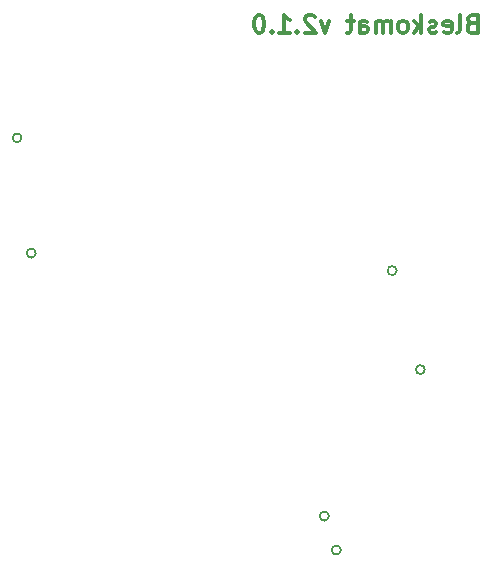
<source format=gbr>
%TF.GenerationSoftware,KiCad,Pcbnew,5.1.7-a382d34a8~88~ubuntu18.04.1*%
%TF.CreationDate,2021-03-14T12:27:23+01:00*%
%TF.ProjectId,bleskomat-v2.1.0,626c6573-6b6f-46d6-9174-2d76322e312e,test*%
%TF.SameCoordinates,Original*%
%TF.FileFunction,Legend,Bot*%
%TF.FilePolarity,Positive*%
%FSLAX46Y46*%
G04 Gerber Fmt 4.6, Leading zero omitted, Abs format (unit mm)*
G04 Created by KiCad (PCBNEW 5.1.7-a382d34a8~88~ubuntu18.04.1) date 2021-03-14 12:27:23*
%MOMM*%
%LPD*%
G01*
G04 APERTURE LIST*
%ADD10C,0.300000*%
%ADD11C,0.152400*%
G04 APERTURE END LIST*
D10*
X138468571Y-75584857D02*
X138254285Y-75656285D01*
X138182857Y-75727714D01*
X138111428Y-75870571D01*
X138111428Y-76084857D01*
X138182857Y-76227714D01*
X138254285Y-76299142D01*
X138397142Y-76370571D01*
X138968571Y-76370571D01*
X138968571Y-74870571D01*
X138468571Y-74870571D01*
X138325714Y-74942000D01*
X138254285Y-75013428D01*
X138182857Y-75156285D01*
X138182857Y-75299142D01*
X138254285Y-75442000D01*
X138325714Y-75513428D01*
X138468571Y-75584857D01*
X138968571Y-75584857D01*
X137254285Y-76370571D02*
X137397142Y-76299142D01*
X137468571Y-76156285D01*
X137468571Y-74870571D01*
X136111428Y-76299142D02*
X136254285Y-76370571D01*
X136540000Y-76370571D01*
X136682857Y-76299142D01*
X136754285Y-76156285D01*
X136754285Y-75584857D01*
X136682857Y-75442000D01*
X136540000Y-75370571D01*
X136254285Y-75370571D01*
X136111428Y-75442000D01*
X136040000Y-75584857D01*
X136040000Y-75727714D01*
X136754285Y-75870571D01*
X135468571Y-76299142D02*
X135325714Y-76370571D01*
X135040000Y-76370571D01*
X134897142Y-76299142D01*
X134825714Y-76156285D01*
X134825714Y-76084857D01*
X134897142Y-75942000D01*
X135040000Y-75870571D01*
X135254285Y-75870571D01*
X135397142Y-75799142D01*
X135468571Y-75656285D01*
X135468571Y-75584857D01*
X135397142Y-75442000D01*
X135254285Y-75370571D01*
X135040000Y-75370571D01*
X134897142Y-75442000D01*
X134182857Y-76370571D02*
X134182857Y-74870571D01*
X134040000Y-75799142D02*
X133611428Y-76370571D01*
X133611428Y-75370571D02*
X134182857Y-75942000D01*
X132754285Y-76370571D02*
X132897142Y-76299142D01*
X132968571Y-76227714D01*
X133040000Y-76084857D01*
X133040000Y-75656285D01*
X132968571Y-75513428D01*
X132897142Y-75442000D01*
X132754285Y-75370571D01*
X132540000Y-75370571D01*
X132397142Y-75442000D01*
X132325714Y-75513428D01*
X132254285Y-75656285D01*
X132254285Y-76084857D01*
X132325714Y-76227714D01*
X132397142Y-76299142D01*
X132540000Y-76370571D01*
X132754285Y-76370571D01*
X131611428Y-76370571D02*
X131611428Y-75370571D01*
X131611428Y-75513428D02*
X131540000Y-75442000D01*
X131397142Y-75370571D01*
X131182857Y-75370571D01*
X131040000Y-75442000D01*
X130968571Y-75584857D01*
X130968571Y-76370571D01*
X130968571Y-75584857D02*
X130897142Y-75442000D01*
X130754285Y-75370571D01*
X130540000Y-75370571D01*
X130397142Y-75442000D01*
X130325714Y-75584857D01*
X130325714Y-76370571D01*
X128968571Y-76370571D02*
X128968571Y-75584857D01*
X129040000Y-75442000D01*
X129182857Y-75370571D01*
X129468571Y-75370571D01*
X129611428Y-75442000D01*
X128968571Y-76299142D02*
X129111428Y-76370571D01*
X129468571Y-76370571D01*
X129611428Y-76299142D01*
X129682857Y-76156285D01*
X129682857Y-76013428D01*
X129611428Y-75870571D01*
X129468571Y-75799142D01*
X129111428Y-75799142D01*
X128968571Y-75727714D01*
X128468571Y-75370571D02*
X127897142Y-75370571D01*
X128254285Y-74870571D02*
X128254285Y-76156285D01*
X128182857Y-76299142D01*
X128040000Y-76370571D01*
X127897142Y-76370571D01*
X126397142Y-75370571D02*
X126040000Y-76370571D01*
X125682857Y-75370571D01*
X125182857Y-75013428D02*
X125111428Y-74942000D01*
X124968571Y-74870571D01*
X124611428Y-74870571D01*
X124468571Y-74942000D01*
X124397142Y-75013428D01*
X124325714Y-75156285D01*
X124325714Y-75299142D01*
X124397142Y-75513428D01*
X125254285Y-76370571D01*
X124325714Y-76370571D01*
X123682857Y-76227714D02*
X123611428Y-76299142D01*
X123682857Y-76370571D01*
X123754285Y-76299142D01*
X123682857Y-76227714D01*
X123682857Y-76370571D01*
X122182857Y-76370571D02*
X123040000Y-76370571D01*
X122611428Y-76370571D02*
X122611428Y-74870571D01*
X122754285Y-75084857D01*
X122897142Y-75227714D01*
X123040000Y-75299142D01*
X121540000Y-76227714D02*
X121468571Y-76299142D01*
X121540000Y-76370571D01*
X121611428Y-76299142D01*
X121540000Y-76227714D01*
X121540000Y-76370571D01*
X120540000Y-74870571D02*
X120397142Y-74870571D01*
X120254285Y-74942000D01*
X120182857Y-75013428D01*
X120111428Y-75156285D01*
X120040000Y-75442000D01*
X120040000Y-75799142D01*
X120111428Y-76084857D01*
X120182857Y-76227714D01*
X120254285Y-76299142D01*
X120397142Y-76370571D01*
X120540000Y-76370571D01*
X120682857Y-76299142D01*
X120754285Y-76227714D01*
X120825714Y-76084857D01*
X120897142Y-75799142D01*
X120897142Y-75442000D01*
X120825714Y-75156285D01*
X120754285Y-75013428D01*
X120682857Y-74942000D01*
X120540000Y-74870571D01*
D11*
%TO.C,U1*%
X101546201Y-95041304D02*
G75*
G03*
X101546201Y-95041304I-381000J0D01*
G01*
%TO.C,J6*%
X126365000Y-117306344D02*
G75*
G03*
X126365000Y-117306344I-381000J0D01*
G01*
%TO.C,J5*%
X100355400Y-85280701D02*
G75*
G03*
X100355400Y-85280701I-381000J0D01*
G01*
%TO.C,J4*%
X132108306Y-96520000D02*
G75*
G03*
X132108306Y-96520000I-381000J0D01*
G01*
%TO.C,J3*%
X134493000Y-104902000D02*
G75*
G03*
X134493000Y-104902000I-381000J0D01*
G01*
%TO.C,J1*%
X127381000Y-120178901D02*
G75*
G03*
X127381000Y-120178901I-381000J0D01*
G01*
%TD*%
M02*

</source>
